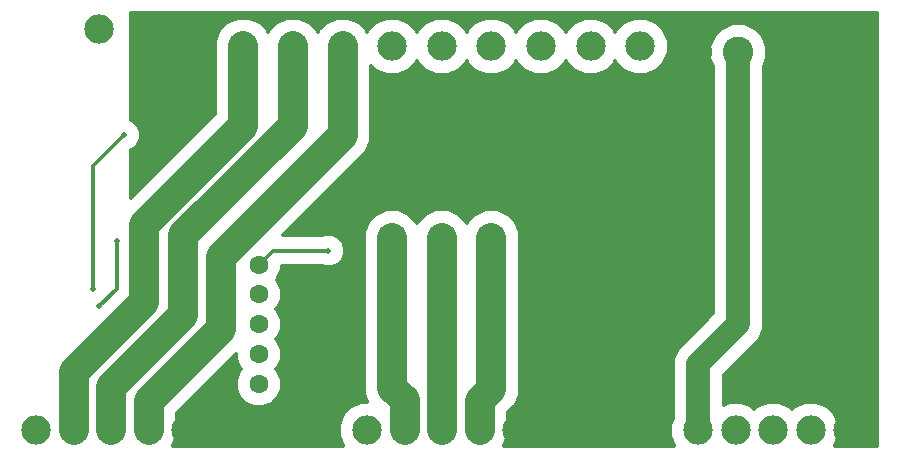
<source format=gbr>
G04 Generated by CADint PCB *
%FSLAX44Y44*%
%MOMM*%
%IPPOS*%
%ADD14C,0.112500*%
%ADD15C,0.150000*%
%ADD11C,0.152400*%
%ADD12C,0.200000*%
%ADD22C,0.203200*%
%ADD16C,0.225000*%
%ADD10C,0.250000*%
%ADD13C,0.254000*%
%ADD17C,0.262500*%
%ADD33C,0.300000*%
%ADD28C,0.500000*%
%ADD34C,1.000000*%
%ADD29C,1.600200*%
%ADD18C,1.905000*%
%ADD35C,2.000000*%
%ADD30C,2.489200*%
%ADD31C,2.500000*%
%ADD32C,2.600200*%
%ADD19C,2.727200*%
%ADD20C,2.997200*%
%ADD26R,0.896000X1.546000*%
%ADD21R,1.023000X1.673000*%
%ADD27R,1.146800X0.596800*%
%ADD24R,1.270000X1.270000*%
%ADD23R,1.273800X0.723800*%
%ADD25R,1.651000X0.381000*%
%LNCopper__2_Bottom*%
%LPD*%
D33*
X298150Y40400D02*
X306950Y44050D01*
X311848D01*
X308900Y51200D01*
Y60800D01*
Y178200D01*
Y187800D01*
X312550Y196650D01*
X319350Y203450D01*
X328200Y207100D01*
X337800D01*
X346650Y203450D01*
X353450Y196650D01*
X354000Y195316D01*
X354550Y196650D01*
X361350Y203450D01*
X370200Y207100D01*
X379800D01*
X388650Y203450D01*
X395450Y196650D01*
X396000Y195316D01*
X396550Y196650D01*
X403350Y203450D01*
X412200Y207100D01*
X421800D01*
X430650Y203450D01*
X437450Y196650D01*
X441100Y187800D01*
Y178200D01*
Y59800D01*
Y50200D01*
X437450Y41350D01*
X431250Y35150D01*
Y15200D01*
X427661Y6500D01*
X571558D01*
X567950Y15200D01*
Y24800D01*
X570400Y30700D01*
Y71700D01*
Y80300D01*
X573700Y88250D01*
X579750Y94300D01*
X604400Y118950D01*
Y327850D01*
X601400Y335100D01*
Y344900D01*
X605150Y353950D01*
X612050Y360850D01*
X621100Y364600D01*
X630900D01*
X639950Y360850D01*
X646850Y353950D01*
X650600Y344900D01*
Y335100D01*
X647600Y327850D01*
Y114300D01*
Y105700D01*
X644300Y97750D01*
X638250Y91700D01*
X613600Y67050D01*
Y41810D01*
X619000Y44050D01*
X628600D01*
X637400Y40400D01*
X639700Y38100D01*
X642000Y40400D01*
X650800Y44050D01*
X660400D01*
X669200Y40400D01*
X671500Y38100D01*
X673800Y40400D01*
X682600Y44050D01*
X692200D01*
X701000Y40400D01*
X707800Y33600D01*
X711450Y24800D01*
Y15200D01*
X707841Y6500D01*
X743500D01*
Y373500D01*
X111500D01*
Y282983D01*
X114000Y281950D01*
X117950Y278000D01*
X120100Y272800D01*
Y267200D01*
X117950Y262000D01*
X114000Y258050D01*
X111550Y257050D01*
X111500Y257000D01*
Y216600D01*
X182900Y288000D01*
Y349800D01*
X186550Y358650D01*
X193350Y365450D01*
X202200Y369100D01*
X211800D01*
X220650Y365450D01*
X227450Y358650D01*
X228000Y357316D01*
X228550Y358650D01*
X235350Y365450D01*
X244200Y369100D01*
X253800D01*
X262650Y365450D01*
X269450Y358650D01*
X270000Y357316D01*
X270550Y358650D01*
X277350Y365450D01*
X286200Y369100D01*
X295800D01*
X304650Y365450D01*
X311450Y358650D01*
X312033Y357234D01*
X312600Y358600D01*
X319400Y365400D01*
X328200Y369050D01*
X337800D01*
X346600Y365400D01*
X353400Y358600D01*
X354000Y357153D01*
X354600Y358600D01*
X361400Y365400D01*
X370200Y369050D01*
X379800D01*
X388600Y365400D01*
X395400Y358600D01*
X396000Y357153D01*
X396600Y358600D01*
X403400Y365400D01*
X412200Y369050D01*
X421800D01*
X430600Y365400D01*
X437400Y358600D01*
X438000Y357153D01*
X438600Y358600D01*
X445400Y365400D01*
X454200Y369050D01*
X463800D01*
X472600Y365400D01*
X479400Y358600D01*
X480000Y357153D01*
X480600Y358600D01*
X487400Y365400D01*
X496200Y369050D01*
X505800D01*
X514600Y365400D01*
X521400Y358600D01*
X522000Y357153D01*
X522600Y358600D01*
X529400Y365400D01*
X538200Y369050D01*
X547800D01*
X556600Y365400D01*
X563400Y358600D01*
X567050Y349800D01*
Y340200D01*
X563400Y331400D01*
X556600Y324600D01*
X547800Y320950D01*
X538200D01*
X529400Y324600D01*
X522600Y331400D01*
X522000Y332846D01*
X521400Y331400D01*
X514600Y324600D01*
X505800Y320950D01*
X496200D01*
X487400Y324600D01*
X480600Y331400D01*
X480000Y332846D01*
X479400Y331400D01*
X472600Y324600D01*
X463800Y320950D01*
X454200D01*
X445400Y324600D01*
X438600Y331400D01*
X438000Y332846D01*
X437400Y331400D01*
X430600Y324600D01*
X421800Y320950D01*
X412200D01*
X403400Y324600D01*
X396600Y331400D01*
X396000Y332846D01*
X395400Y331400D01*
X388600Y324600D01*
X379800Y320950D01*
X370200D01*
X361400Y324600D01*
X354600Y331400D01*
X354000Y332846D01*
X353400Y331400D01*
X346600Y324600D01*
X337800Y320950D01*
X328200D01*
X319400Y324600D01*
X315100Y328900D01*
Y274800D01*
Y265200D01*
X311450Y256350D01*
X304650Y249550D01*
X240200Y185100D01*
X273800D01*
X276200Y186100D01*
X281800D01*
X287000Y183950D01*
X290950Y180000D01*
X293100Y174800D01*
Y169200D01*
X290950Y164000D01*
X287000Y160050D01*
X281800Y157900D01*
X276200D01*
X273800Y158900D01*
X239600D01*
Y156300D01*
X236600Y149100D01*
X235200Y147700D01*
X236600Y146300D01*
X239600Y139100D01*
Y131300D01*
X236600Y124100D01*
X235000Y122500D01*
X236600Y120900D01*
X239600Y113700D01*
Y105900D01*
X236600Y98700D01*
X235000Y97100D01*
X236600Y95500D01*
X239600Y88300D01*
Y80500D01*
X236600Y73300D01*
X235000Y71700D01*
X236600Y70100D01*
X239600Y62900D01*
Y55100D01*
X236600Y47900D01*
X231100Y42400D01*
X223900Y39400D01*
X216100D01*
X208900Y42400D01*
X203400Y47900D01*
X200400Y55100D01*
Y62900D01*
X203400Y70100D01*
X205000Y71700D01*
X203400Y73300D01*
X200400Y80500D01*
Y84300D01*
X151000Y34900D01*
Y15200D01*
X147411Y6500D01*
X291308D01*
X287700Y15200D01*
Y24800D01*
X291350Y33600D01*
X298150Y40400D01*
G36*
X200400Y84300D02*
X151000Y34900D01*
X200400Y55100D01*
Y62900D01*
Y80500D01*
Y84300D01*
G37*
G36*
X205000Y71700D02*
X203400Y73300D01*
X200400Y80500D01*
Y62900D01*
X203400Y70100D01*
X205000Y71700D01*
G37*
G36*
X445400Y324600D02*
X438600Y331400D01*
X438000Y332846D01*
X437400Y331400D01*
X430600Y324600D01*
X421800Y320950D01*
X412200D01*
X403400Y324600D01*
X396600Y331400D01*
X396000Y332846D01*
X395400Y331400D01*
X388600Y324600D01*
X379800Y320950D01*
X370200D01*
X361400Y324600D01*
X354600Y331400D01*
X354000Y332846D01*
X353400Y331400D01*
X346600Y324600D01*
X337800Y320950D01*
X328200D01*
X319400Y324600D01*
X315100Y328900D01*
Y274800D01*
Y265200D01*
X311450Y256350D01*
X304650Y249550D01*
X240200Y185100D01*
X273800D01*
X276200Y186100D01*
X281800D01*
X287000Y183950D01*
X290950Y180000D01*
X293100Y174800D01*
X298150Y40400D01*
X306950Y44050D01*
X308900Y51200D01*
Y60800D01*
Y178200D01*
Y187800D01*
X312550Y196650D01*
X319350Y203450D01*
X328200Y207100D01*
X337800D01*
X346650Y203450D01*
X353450Y196650D01*
X354000Y195316D01*
X354550Y196650D01*
X361350Y203450D01*
X370200Y207100D01*
X379800D01*
X388650Y203450D01*
X395450Y196650D01*
X396000Y195316D01*
X396550Y196650D01*
X403350Y203450D01*
X412200Y207100D01*
X421800D01*
X430650Y203450D01*
X437450Y196650D01*
X441100Y187800D01*
X445400Y324600D01*
G37*
G36*
X743500Y373500D02*
X111500D01*
Y282983D01*
X114000Y281950D01*
X117950Y278000D01*
X120100Y272800D01*
X182900Y288000D01*
Y349800D01*
X186550Y358650D01*
X193350Y365450D01*
X202200Y369100D01*
X211800D01*
X220650Y365450D01*
X227450Y358650D01*
X228000Y357316D01*
X228550Y358650D01*
X235350Y365450D01*
X244200Y369100D01*
X253800D01*
X262650Y365450D01*
X269450Y358650D01*
X270000Y357316D01*
X270550Y358650D01*
X277350Y365450D01*
X286200Y369100D01*
X295800D01*
X304650Y365450D01*
X311450Y358650D01*
X312033Y357234D01*
X312600Y358600D01*
X319400Y365400D01*
X328200Y369050D01*
X337800D01*
X346600Y365400D01*
X353400Y358600D01*
X354000Y357153D01*
X354600Y358600D01*
X361400Y365400D01*
X370200Y369050D01*
X379800D01*
X388600Y365400D01*
X395400Y358600D01*
X396000Y357153D01*
X396600Y358600D01*
X403400Y365400D01*
X412200Y369050D01*
X421800D01*
X430600Y365400D01*
X437400Y358600D01*
X438000Y357153D01*
X438600Y358600D01*
X445400Y365400D01*
X454200Y369050D01*
X463800D01*
X472600Y365400D01*
X479400Y358600D01*
X480000Y357153D01*
X480600Y358600D01*
X487400Y365400D01*
X496200Y369050D01*
X505800D01*
X514600Y365400D01*
X521400Y358600D01*
X522000Y357153D01*
X522600Y358600D01*
X529400Y365400D01*
X538200Y369050D01*
X547800D01*
X556600Y365400D01*
X563400Y358600D01*
X567050Y349800D01*
X567950Y15200D01*
Y24800D01*
X570400Y30700D01*
Y71700D01*
Y80300D01*
X573700Y88250D01*
X579750Y94300D01*
X601400Y335100D01*
Y344900D01*
X605150Y353950D01*
X612050Y360850D01*
X621100Y364600D01*
X630900D01*
X639950Y360850D01*
X646850Y353950D01*
X650600Y344900D01*
X650800Y44050D01*
X660400D01*
X669200Y40400D01*
X671500Y38100D01*
X673800Y40400D01*
X682600Y44050D01*
X692200D01*
X701000Y40400D01*
X707800Y33600D01*
X711450Y24800D01*
X743500Y6500D01*
Y373500D01*
G37*
G36*
Y6500D02*
X711450Y24800D01*
Y15200D01*
X707841Y6500D01*
X743500D01*
G37*
G36*
X650800Y44050D02*
X650600Y344900D01*
Y335100D01*
X647600Y327850D01*
Y114300D01*
Y105700D01*
X644300Y97750D01*
X638250Y91700D01*
X613600Y67050D01*
Y41810D01*
X619000Y44050D01*
X628600D01*
X637400Y40400D01*
X639700Y38100D01*
X642000Y40400D01*
X650800Y44050D01*
G37*
G36*
X604400Y327850D02*
X601400Y335100D01*
X579750Y94300D01*
X604400Y118950D01*
Y327850D01*
G37*
G36*
X571558Y6500D02*
X567950Y15200D01*
X567050Y349800D01*
Y340200D01*
X563400Y331400D01*
X556600Y324600D01*
X547800Y320950D01*
X538200D01*
X529400Y324600D01*
X522600Y331400D01*
X522000Y332846D01*
X521400Y331400D01*
X514600Y324600D01*
X505800Y320950D01*
X496200D01*
X487400Y324600D01*
X480600Y331400D01*
X480000Y332846D01*
X479400Y331400D01*
X472600Y324600D01*
X463800Y320950D01*
X454200D01*
X445400Y324600D01*
X441100Y187800D01*
Y178200D01*
Y59800D01*
Y50200D01*
X437450Y41350D01*
X431250Y35150D01*
Y15200D01*
X427661Y6500D01*
X571558D01*
G37*
G36*
X311848Y44050D02*
X308900Y51200D01*
X306950Y44050D01*
X311848D01*
G37*
G36*
X298150Y40400D02*
X293100Y174800D01*
Y169200D01*
X290950Y164000D01*
X287000Y160050D01*
X287700Y15200D01*
Y24800D01*
X291350Y33600D01*
X298150Y40400D01*
G37*
G36*
X291308Y6500D02*
X287700Y15200D01*
X287000Y160050D01*
X281800Y157900D01*
X276200D01*
X273800Y158900D01*
X239600D01*
Y156300D01*
Y139100D01*
Y131300D01*
Y113700D01*
Y105900D01*
Y88300D01*
Y80500D01*
Y62900D01*
Y55100D01*
X236600Y47900D01*
X231100Y42400D01*
X223900Y39400D01*
X216100D01*
X208900Y42400D01*
X203400Y47900D01*
X200400Y55100D01*
X151000Y34900D01*
Y15200D01*
X147411Y6500D01*
X291308D01*
G37*
G36*
X239600Y80500D02*
X236600Y73300D01*
X235000Y71700D01*
X236600Y70100D01*
X239600Y62900D01*
Y80500D01*
G37*
G36*
Y105900D02*
X236600Y98700D01*
X235000Y97100D01*
X236600Y95500D01*
X239600Y88300D01*
Y105900D01*
G37*
G36*
Y131300D02*
X236600Y124100D01*
X235000Y122500D01*
X236600Y120900D01*
X239600Y113700D01*
Y131300D01*
G37*
G36*
Y156300D02*
X236600Y149100D01*
X235200Y147700D01*
X236600Y146300D01*
X239600Y139100D01*
Y156300D01*
G37*
G36*
X182900Y288000D02*
X120100Y272800D01*
Y267200D01*
X117950Y262000D01*
X114000Y258050D01*
X111550Y257050D01*
X111500Y257000D01*
Y216600D01*
X182900Y288000D01*
G37*
D30*
X623800Y20000D03*
X655600D03*
X687400D03*
X719200D03*
X592000D03*
X343550D03*
X375350D03*
X407150D03*
X438950D03*
X311750D03*
X63300D03*
X95100D03*
X126900D03*
X158700D03*
X31500D03*
D29*
X220000Y160200D03*
Y135200D03*
Y109800D03*
Y84400D03*
Y59000D03*
D32*
X626000Y340000D03*
X591000D03*
D30*
X85000Y360000D03*
X543000Y345000D03*
X501000D03*
X459000D03*
X417000D03*
X375000D03*
X333000D03*
X291000D03*
X249000D03*
X207000D03*
X127000Y360000D03*
D35*
X626000Y340000D02*
Y110000D01*
X592000Y76000D01*
Y20000D01*
D33*
X100000Y264000D02*
X106000Y270000D01*
X80000Y140000D02*
Y244000D01*
X100000Y264000D01*
D28*
X106000Y270000D03*
X80000Y140000D03*
D33*
X127000Y360000D02*
X127000Y360000D01*
X591000Y340000D02*
X591000Y340000D01*
X158700Y20000D02*
X158700Y20000D01*
X438950D02*
X438950Y20000D01*
X719200D02*
X719200Y20000D01*
X279000Y207000D02*
X279000Y207000D01*
D28*
X279000Y207000D03*
D33*
Y172000D02*
X231800D01*
X220000Y160200D01*
D28*
X279000Y172000D03*
D31*
X207000Y345000D02*
Y278000D01*
X123000Y194000D01*
Y129000D01*
X63300Y69300D01*
Y20000D01*
X249000Y345000D02*
Y278000D01*
X156000Y185000D01*
Y118000D01*
X95100Y57100D01*
Y20000D01*
X291000Y345000D02*
Y270000D01*
X188000Y167000D01*
Y106000D01*
X126900Y44900D01*
Y20000D01*
X333000Y183000D02*
Y56000D01*
X343550Y45450D01*
Y20000D01*
X333000Y183000D03*
X375000D02*
Y20350D01*
X375350Y20000D01*
X375000Y183000D03*
X417000D02*
Y55000D01*
X407150Y45150D01*
Y20000D01*
X417000Y183000D03*
D33*
X85000Y125000D02*
X100000Y140000D01*
Y180000D01*
D28*
X85000Y125000D03*
X100000Y180000D03*
M02*

</source>
